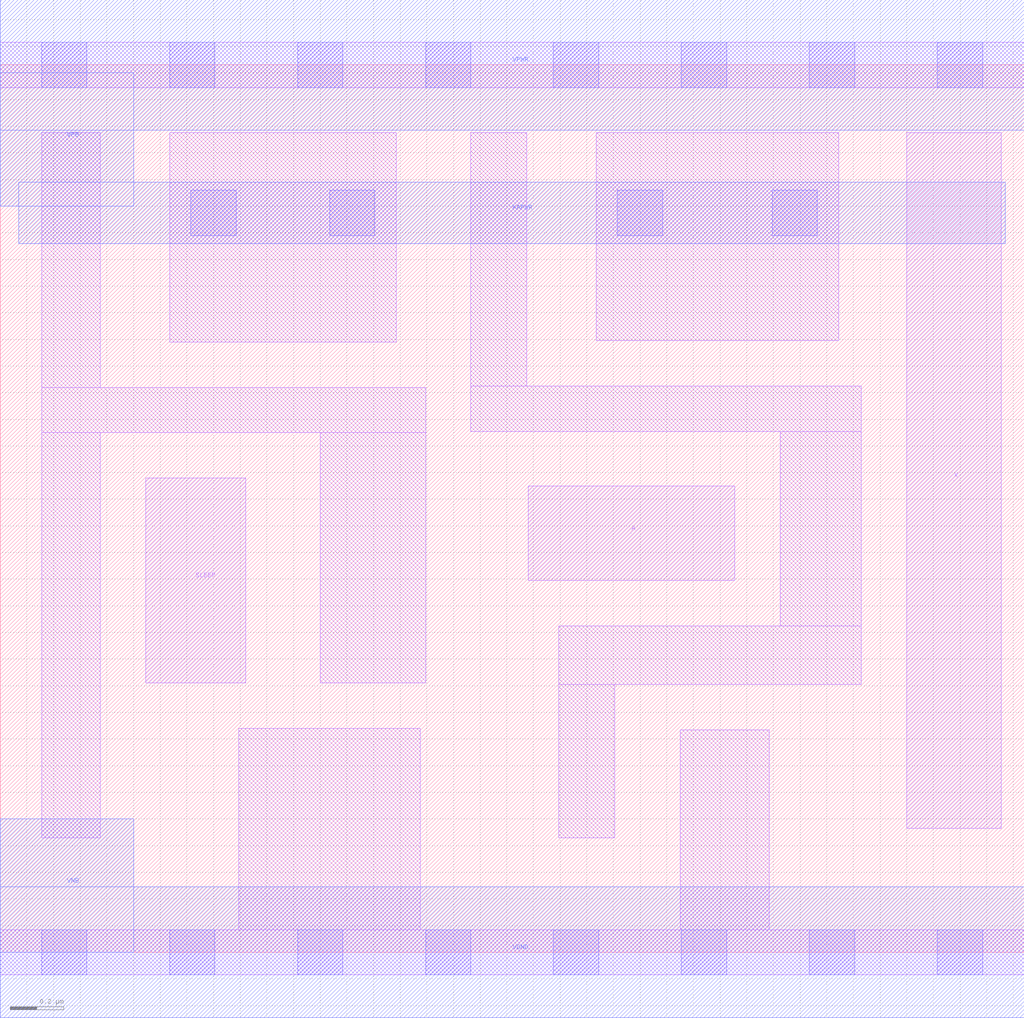
<source format=lef>
# Copyright 2020 The SkyWater PDK Authors
#
# Licensed under the Apache License, Version 2.0 (the "License");
# you may not use this file except in compliance with the License.
# You may obtain a copy of the License at
#
#     https://www.apache.org/licenses/LICENSE-2.0
#
# Unless required by applicable law or agreed to in writing, software
# distributed under the License is distributed on an "AS IS" BASIS,
# WITHOUT WARRANTIES OR CONDITIONS OF ANY KIND, either express or implied.
# See the License for the specific language governing permissions and
# limitations under the License.
#
# SPDX-License-Identifier: Apache-2.0

VERSION 5.5 ;
NAMESCASESENSITIVE ON ;
BUSBITCHARS "[]" ;
DIVIDERCHAR "/" ;
MACRO sky130_fd_sc_lp__iso0p_lp2
  CLASS CORE ;
  SOURCE USER ;
  ORIGIN  0.000000  0.000000 ;
  SIZE  3.840000 BY  3.330000 ;
  SYMMETRY X Y R90 ;
  SITE unit ;
  PIN A
    ANTENNAGATEAREA  0.313000 ;
    DIRECTION INPUT ;
    USE SIGNAL ;
    PORT
      LAYER li1 ;
        RECT 1.980000 1.395000 2.755000 1.750000 ;
    END
  END A
  PIN SLEEP
    ANTENNAGATEAREA  0.376000 ;
    DIRECTION INPUT ;
    USE SIGNAL ;
    PORT
      LAYER li1 ;
        RECT 0.545000 1.010000 0.920000 1.780000 ;
    END
  END SLEEP
  PIN X
    ANTENNADIFFAREA  0.376300 ;
    DIRECTION OUTPUT ;
    USE SIGNAL ;
    PORT
      LAYER li1 ;
        RECT 3.400000 0.465000 3.755000 3.075000 ;
    END
  END X
  PIN KAPWR
    ANTENNADIFFAREA  1.660000 ;
    DIRECTION INOUT ;
    USE POWER ;
    PORT
      LAYER met1 ;
        RECT 0.070000 2.660000 3.770000 2.890000 ;
    END
  END KAPWR
  PIN VGND
    DIRECTION INOUT ;
    USE GROUND ;
    PORT
      LAYER met1 ;
        RECT 0.000000 -0.245000 3.840000 0.245000 ;
    END
  END VGND
  PIN VNB
    DIRECTION INOUT ;
    USE GROUND ;
    PORT
      LAYER met1 ;
        RECT 0.000000 0.000000 0.500000 0.500000 ;
    END
  END VNB
  PIN VPB
    DIRECTION INOUT ;
    USE POWER ;
    PORT
      LAYER met1 ;
        RECT 0.000000 2.800000 0.500000 3.300000 ;
    END
  END VPB
  PIN VPWR
    DIRECTION INOUT ;
    USE POWER ;
    PORT
      LAYER met1 ;
        RECT 0.000000 3.085000 3.840000 3.575000 ;
    END
  END VPWR
  OBS
    LAYER li1 ;
      RECT 0.000000 -0.085000 3.840000 0.085000 ;
      RECT 0.000000  3.245000 3.840000 3.415000 ;
      RECT 0.155000  0.430000 0.375000 1.950000 ;
      RECT 0.155000  1.950000 1.595000 2.120000 ;
      RECT 0.155000  2.120000 0.375000 3.075000 ;
      RECT 0.635000  2.290000 1.485000 3.075000 ;
      RECT 0.895000  0.085000 1.575000 0.840000 ;
      RECT 1.200000  1.010000 1.595000 1.950000 ;
      RECT 1.765000  1.955000 3.230000 2.125000 ;
      RECT 1.765000  2.125000 1.975000 3.075000 ;
      RECT 2.095000  0.430000 2.305000 1.005000 ;
      RECT 2.095000  1.005000 3.230000 1.225000 ;
      RECT 2.235000  2.295000 3.145000 3.075000 ;
      RECT 2.550000  0.085000 2.885000 0.835000 ;
      RECT 2.925000  1.225000 3.230000 1.955000 ;
    LAYER mcon ;
      RECT 0.155000 -0.085000 0.325000 0.085000 ;
      RECT 0.155000  3.245000 0.325000 3.415000 ;
      RECT 0.635000 -0.085000 0.805000 0.085000 ;
      RECT 0.635000  3.245000 0.805000 3.415000 ;
      RECT 0.715000  2.690000 0.885000 2.860000 ;
      RECT 1.115000 -0.085000 1.285000 0.085000 ;
      RECT 1.115000  3.245000 1.285000 3.415000 ;
      RECT 1.235000  2.690000 1.405000 2.860000 ;
      RECT 1.595000 -0.085000 1.765000 0.085000 ;
      RECT 1.595000  3.245000 1.765000 3.415000 ;
      RECT 2.075000 -0.085000 2.245000 0.085000 ;
      RECT 2.075000  3.245000 2.245000 3.415000 ;
      RECT 2.315000  2.690000 2.485000 2.860000 ;
      RECT 2.555000 -0.085000 2.725000 0.085000 ;
      RECT 2.555000  3.245000 2.725000 3.415000 ;
      RECT 2.895000  2.690000 3.065000 2.860000 ;
      RECT 3.035000 -0.085000 3.205000 0.085000 ;
      RECT 3.035000  3.245000 3.205000 3.415000 ;
      RECT 3.515000 -0.085000 3.685000 0.085000 ;
      RECT 3.515000  3.245000 3.685000 3.415000 ;
  END
END sky130_fd_sc_lp__iso0p_lp2

</source>
